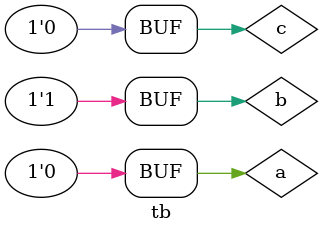
<source format=v>
module tb;
reg a,b,c;
wire s0, s1, s2, s3;
demux a1(.a(a), .b(b),.c(c), .s0(s0), .s1(s1), .s2(s2), .s3(s3));


initial begin 
$dumpfile("abc.vcd");
$dumpvars(0,tb);
end

initial begin 
$monitor (a,b, c, s0, s1, s2, s3);

a=1'b0;
b=1'b0;
c=1'b0;
#10
a=1'b1;
b=1'b0;
c=1'b0;
#10
a=1'b0;
b=1'b1;
c=1'b1;
#10
a=1'b1;
b=1'b1;
c=1'b1;
#10
a=1'b0;
b=1'b1;
c=1'b0;
end
endmodule
</source>
